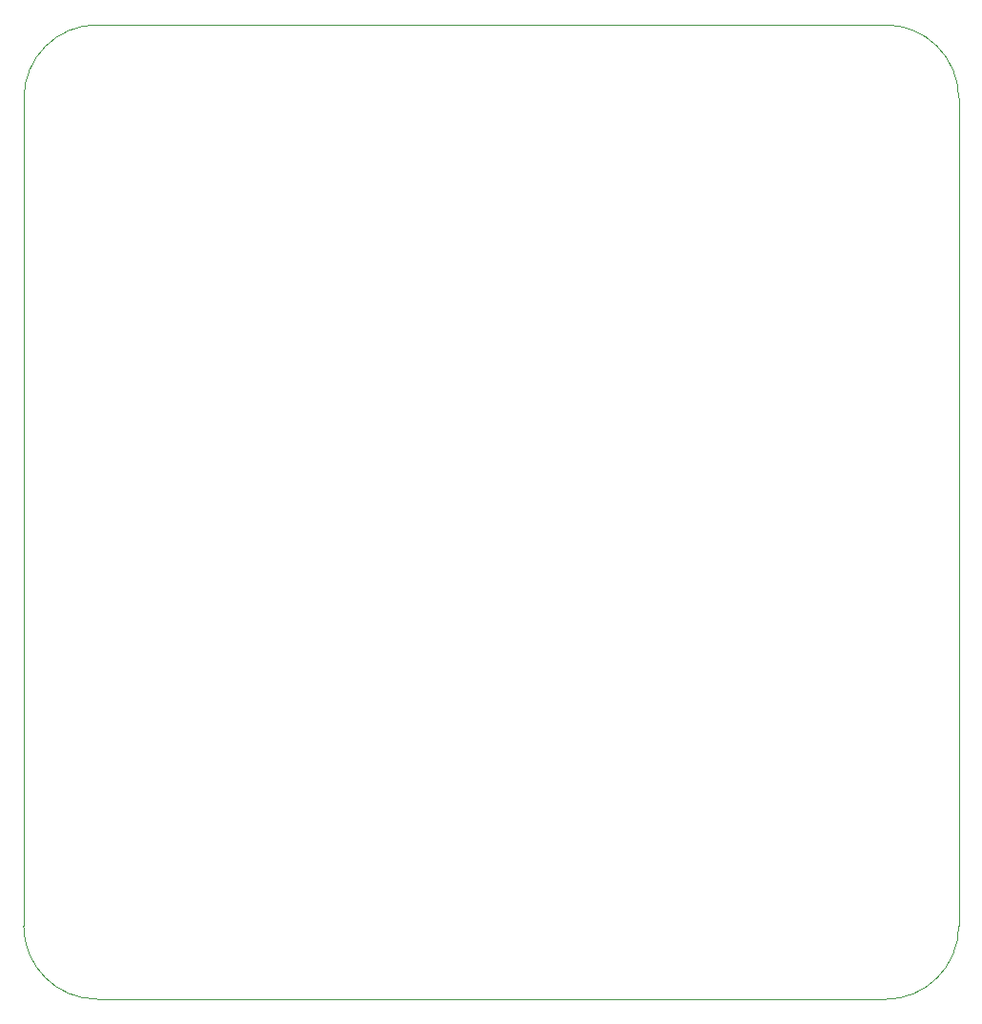
<source format=gbr>
%TF.GenerationSoftware,KiCad,Pcbnew,(6.0.1)*%
%TF.CreationDate,2022-01-20T11:55:35+01:00*%
%TF.ProjectId,BTS-MainBoard-Power,4254532d-4d61-4696-9e42-6f6172642d50,rev?*%
%TF.SameCoordinates,Original*%
%TF.FileFunction,Profile,NP*%
%FSLAX46Y46*%
G04 Gerber Fmt 4.6, Leading zero omitted, Abs format (unit mm)*
G04 Created by KiCad (PCBNEW (6.0.1)) date 2022-01-20 11:55:35*
%MOMM*%
%LPD*%
G01*
G04 APERTURE LIST*
%TA.AperFunction,Profile*%
%ADD10C,0.050000*%
%TD*%
G04 APERTURE END LIST*
D10*
X184000000Y-42480798D02*
X114019202Y-42480798D01*
X114019202Y-42480798D02*
G75*
G03*
X107500000Y-49000000I0J-6519202D01*
G01*
X190519202Y-49000000D02*
G75*
G03*
X184000000Y-42480798I-6519202J0D01*
G01*
X184000000Y-129019202D02*
G75*
G03*
X190519202Y-122500000I0J6519202D01*
G01*
X107480798Y-122480798D02*
G75*
G03*
X114000000Y-129000000I6519202J0D01*
G01*
X190519202Y-49000000D02*
X190519202Y-122500000D01*
X107500000Y-49000000D02*
X107480798Y-122480798D01*
X114000000Y-129000000D02*
X184000000Y-129019202D01*
M02*

</source>
